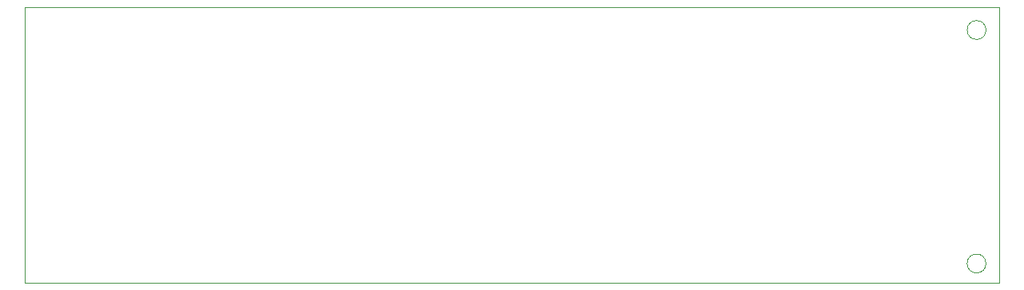
<source format=gbr>
%TF.GenerationSoftware,KiCad,Pcbnew,9.0.4*%
%TF.CreationDate,2025-11-12T11:38:36+05:30*%
%TF.ProjectId,BikeSSv3,42696b65-5353-4763-932e-6b696361645f,rev?*%
%TF.SameCoordinates,Original*%
%TF.FileFunction,Profile,NP*%
%FSLAX46Y46*%
G04 Gerber Fmt 4.6, Leading zero omitted, Abs format (unit mm)*
G04 Created by KiCad (PCBNEW 9.0.4) date 2025-11-12 11:38:36*
%MOMM*%
%LPD*%
G01*
G04 APERTURE LIST*
%TA.AperFunction,Profile*%
%ADD10C,0.050000*%
%TD*%
G04 APERTURE END LIST*
D10*
X282000000Y-38250000D02*
G75*
G02*
X280000000Y-38250000I-1000000J0D01*
G01*
X280000000Y-38250000D02*
G75*
G02*
X282000000Y-38250000I1000000J0D01*
G01*
X180175000Y-35800000D02*
X283425000Y-35800000D01*
X283425000Y-65050000D01*
X180175000Y-65050000D01*
X180175000Y-35800000D01*
X282000000Y-63000000D02*
G75*
G02*
X280000000Y-63000000I-1000000J0D01*
G01*
X280000000Y-63000000D02*
G75*
G02*
X282000000Y-63000000I1000000J0D01*
G01*
M02*

</source>
